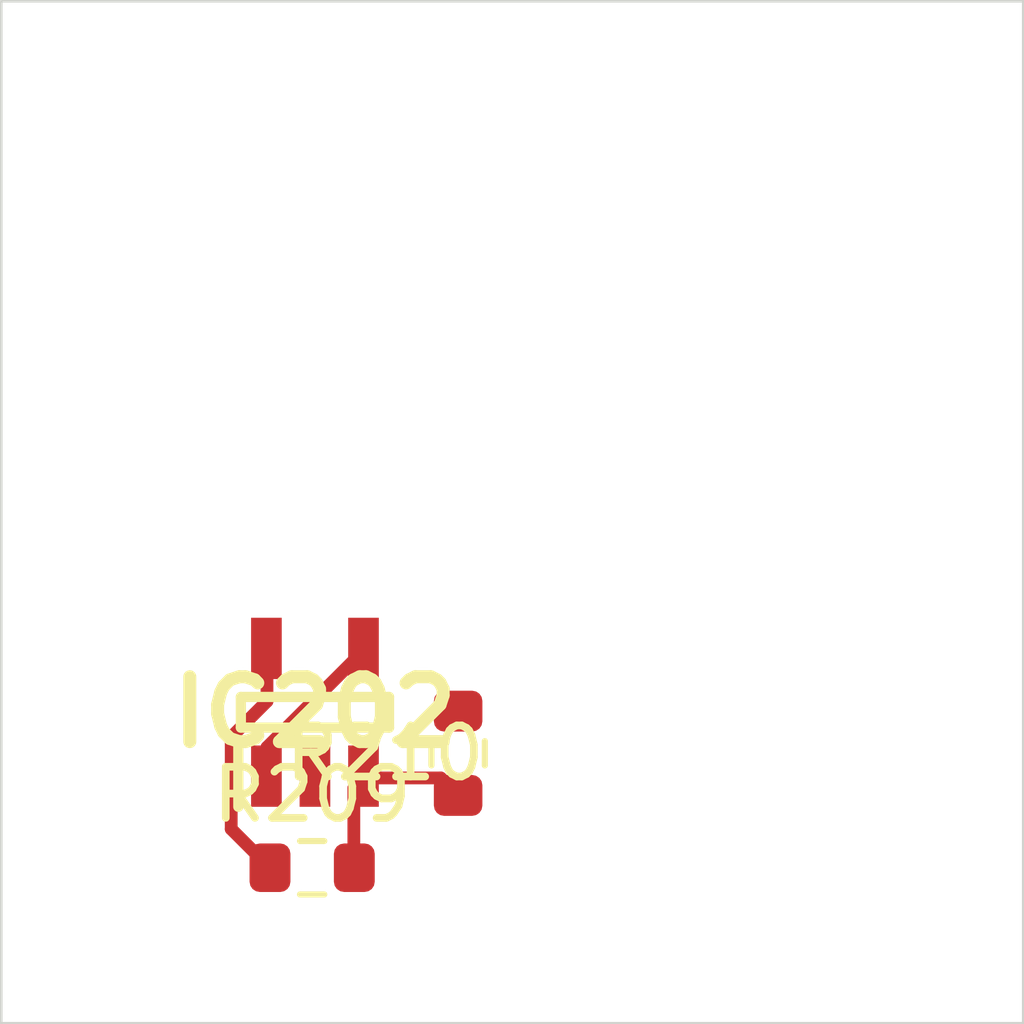
<source format=kicad_pcb>
 ( kicad_pcb  ( version 20171130 )
 ( host pcbnew 5.1.12-84ad8e8a86~92~ubuntu18.04.1 )
 ( general  ( thickness 1.6 )
 ( drawings 4 )
 ( tracks 0 )
 ( zones 0 )
 ( modules 3 )
 ( nets 5 )
)
 ( page A4 )
 ( layers  ( 0 F.Cu signal )
 ( 31 B.Cu signal )
 ( 32 B.Adhes user )
 ( 33 F.Adhes user )
 ( 34 B.Paste user )
 ( 35 F.Paste user )
 ( 36 B.SilkS user )
 ( 37 F.SilkS user )
 ( 38 B.Mask user )
 ( 39 F.Mask user )
 ( 40 Dwgs.User user )
 ( 41 Cmts.User user )
 ( 42 Eco1.User user )
 ( 43 Eco2.User user )
 ( 44 Edge.Cuts user )
 ( 45 Margin user )
 ( 46 B.CrtYd user )
 ( 47 F.CrtYd user )
 ( 48 B.Fab user )
 ( 49 F.Fab user )
)
 ( setup  ( last_trace_width 0.25 )
 ( trace_clearance 0.2 )
 ( zone_clearance 0.508 )
 ( zone_45_only no )
 ( trace_min 0.2 )
 ( via_size 0.8 )
 ( via_drill 0.4 )
 ( via_min_size 0.4 )
 ( via_min_drill 0.3 )
 ( uvia_size 0.3 )
 ( uvia_drill 0.1 )
 ( uvias_allowed no )
 ( uvia_min_size 0.2 )
 ( uvia_min_drill 0.1 )
 ( edge_width 0.05 )
 ( segment_width 0.2 )
 ( pcb_text_width 0.3 )
 ( pcb_text_size 1.5 1.5 )
 ( mod_edge_width 0.12 )
 ( mod_text_size 1 1 )
 ( mod_text_width 0.15 )
 ( pad_size 1.524 1.524 )
 ( pad_drill 0.762 )
 ( pad_to_mask_clearance 0 )
 ( aux_axis_origin 0 0 )
 ( visible_elements FFFFFF7F )
 ( pcbplotparams  ( layerselection 0x010fc_ffffffff )
 ( usegerberextensions false )
 ( usegerberattributes true )
 ( usegerberadvancedattributes true )
 ( creategerberjobfile true )
 ( excludeedgelayer true )
 ( linewidth 0.100000 )
 ( plotframeref false )
 ( viasonmask false )
 ( mode 1 )
 ( useauxorigin false )
 ( hpglpennumber 1 )
 ( hpglpenspeed 20 )
 ( hpglpendiameter 15.000000 )
 ( psnegative false )
 ( psa4output false )
 ( plotreference true )
 ( plotvalue true )
 ( plotinvisibletext false )
 ( padsonsilk false )
 ( subtractmaskfromsilk false )
 ( outputformat 1 )
 ( mirror false )
 ( drillshape 1 )
 ( scaleselection 1 )
 ( outputdirectory "" )
)
)
 ( net 0 "" )
 ( net 1 GND )
 ( net 2 VDDA )
 ( net 3 /Sheet6235D886/vp )
 ( net 4 "Net-(IC202-Pad3)" )
 ( net_class Default "This is the default net class."  ( clearance 0.2 )
 ( trace_width 0.25 )
 ( via_dia 0.8 )
 ( via_drill 0.4 )
 ( uvia_dia 0.3 )
 ( uvia_drill 0.1 )
 ( add_net /Sheet6235D886/vp )
 ( add_net GND )
 ( add_net "Net-(IC202-Pad3)" )
 ( add_net VDDA )
)
 ( module SOT95P280X145-5N locked  ( layer F.Cu )
 ( tedit 62336ED7 )
 ( tstamp 623423ED )
 ( at 86.138900 113.915000 90.000000 )
 ( descr DBV0005A )
 ( tags "Integrated Circuit" )
 ( path /6235D887/6266C08E )
 ( attr smd )
 ( fp_text reference IC202  ( at 0 0 )
 ( layer F.SilkS )
 ( effects  ( font  ( size 1.27 1.27 )
 ( thickness 0.254 )
)
)
)
 ( fp_text value TL071HIDBVR  ( at 0 0 )
 ( layer F.SilkS )
hide  ( effects  ( font  ( size 1.27 1.27 )
 ( thickness 0.254 )
)
)
)
 ( fp_line  ( start -1.85 -1.5 )
 ( end -0.65 -1.5 )
 ( layer F.SilkS )
 ( width 0.2 )
)
 ( fp_line  ( start -0.3 1.45 )
 ( end -0.3 -1.45 )
 ( layer F.SilkS )
 ( width 0.2 )
)
 ( fp_line  ( start 0.3 1.45 )
 ( end -0.3 1.45 )
 ( layer F.SilkS )
 ( width 0.2 )
)
 ( fp_line  ( start 0.3 -1.45 )
 ( end 0.3 1.45 )
 ( layer F.SilkS )
 ( width 0.2 )
)
 ( fp_line  ( start -0.3 -1.45 )
 ( end 0.3 -1.45 )
 ( layer F.SilkS )
 ( width 0.2 )
)
 ( fp_line  ( start -0.8 -0.5 )
 ( end 0.15 -1.45 )
 ( layer Dwgs.User )
 ( width 0.1 )
)
 ( fp_line  ( start -0.8 1.45 )
 ( end -0.8 -1.45 )
 ( layer Dwgs.User )
 ( width 0.1 )
)
 ( fp_line  ( start 0.8 1.45 )
 ( end -0.8 1.45 )
 ( layer Dwgs.User )
 ( width 0.1 )
)
 ( fp_line  ( start 0.8 -1.45 )
 ( end 0.8 1.45 )
 ( layer Dwgs.User )
 ( width 0.1 )
)
 ( fp_line  ( start -0.8 -1.45 )
 ( end 0.8 -1.45 )
 ( layer Dwgs.User )
 ( width 0.1 )
)
 ( fp_line  ( start -2.1 1.775 )
 ( end -2.1 -1.775 )
 ( layer Dwgs.User )
 ( width 0.05 )
)
 ( fp_line  ( start 2.1 1.775 )
 ( end -2.1 1.775 )
 ( layer Dwgs.User )
 ( width 0.05 )
)
 ( fp_line  ( start 2.1 -1.775 )
 ( end 2.1 1.775 )
 ( layer Dwgs.User )
 ( width 0.05 )
)
 ( fp_line  ( start -2.1 -1.775 )
 ( end 2.1 -1.775 )
 ( layer Dwgs.User )
 ( width 0.05 )
)
 ( pad 1 smd rect  ( at -1.25 -0.95 180.000000 )
 ( size 0.6 1.2 )
 ( layers F.Cu F.Mask F.Paste )
 ( net 3 /Sheet6235D886/vp )
)
 ( pad 2 smd rect  ( at -1.25 0 180.000000 )
 ( size 0.6 1.2 )
 ( layers F.Cu F.Mask F.Paste )
 ( net 1 GND )
)
 ( pad 3 smd rect  ( at -1.25 0.95 180.000000 )
 ( size 0.6 1.2 )
 ( layers F.Cu F.Mask F.Paste )
 ( net 4 "Net-(IC202-Pad3)" )
)
 ( pad 4 smd rect  ( at 1.25 0.95 180.000000 )
 ( size 0.6 1.2 )
 ( layers F.Cu F.Mask F.Paste )
 ( net 3 /Sheet6235D886/vp )
)
 ( pad 5 smd rect  ( at 1.25 -0.95 180.000000 )
 ( size 0.6 1.2 )
 ( layers F.Cu F.Mask F.Paste )
 ( net 2 VDDA )
)
)
 ( module Resistor_SMD:R_0603_1608Metric  ( layer F.Cu )
 ( tedit 5F68FEEE )
 ( tstamp 62342595 )
 ( at 86.084222 116.957103 )
 ( descr "Resistor SMD 0603 (1608 Metric), square (rectangular) end terminal, IPC_7351 nominal, (Body size source: IPC-SM-782 page 72, https://www.pcb-3d.com/wordpress/wp-content/uploads/ipc-sm-782a_amendment_1_and_2.pdf), generated with kicad-footprint-generator" )
 ( tags resistor )
 ( path /6235D887/623CDBD9 )
 ( attr smd )
 ( fp_text reference R209  ( at 0 -1.43 )
 ( layer F.SilkS )
 ( effects  ( font  ( size 1 1 )
 ( thickness 0.15 )
)
)
)
 ( fp_text value 100k  ( at 0 1.43 )
 ( layer F.Fab )
 ( effects  ( font  ( size 1 1 )
 ( thickness 0.15 )
)
)
)
 ( fp_line  ( start -0.8 0.4125 )
 ( end -0.8 -0.4125 )
 ( layer F.Fab )
 ( width 0.1 )
)
 ( fp_line  ( start -0.8 -0.4125 )
 ( end 0.8 -0.4125 )
 ( layer F.Fab )
 ( width 0.1 )
)
 ( fp_line  ( start 0.8 -0.4125 )
 ( end 0.8 0.4125 )
 ( layer F.Fab )
 ( width 0.1 )
)
 ( fp_line  ( start 0.8 0.4125 )
 ( end -0.8 0.4125 )
 ( layer F.Fab )
 ( width 0.1 )
)
 ( fp_line  ( start -0.237258 -0.5225 )
 ( end 0.237258 -0.5225 )
 ( layer F.SilkS )
 ( width 0.12 )
)
 ( fp_line  ( start -0.237258 0.5225 )
 ( end 0.237258 0.5225 )
 ( layer F.SilkS )
 ( width 0.12 )
)
 ( fp_line  ( start -1.48 0.73 )
 ( end -1.48 -0.73 )
 ( layer F.CrtYd )
 ( width 0.05 )
)
 ( fp_line  ( start -1.48 -0.73 )
 ( end 1.48 -0.73 )
 ( layer F.CrtYd )
 ( width 0.05 )
)
 ( fp_line  ( start 1.48 -0.73 )
 ( end 1.48 0.73 )
 ( layer F.CrtYd )
 ( width 0.05 )
)
 ( fp_line  ( start 1.48 0.73 )
 ( end -1.48 0.73 )
 ( layer F.CrtYd )
 ( width 0.05 )
)
 ( fp_text user %R  ( at 0 0 )
 ( layer F.Fab )
 ( effects  ( font  ( size 0.4 0.4 )
 ( thickness 0.06 )
)
)
)
 ( pad 1 smd roundrect  ( at -0.825 0 )
 ( size 0.8 0.95 )
 ( layers F.Cu F.Mask F.Paste )
 ( roundrect_rratio 0.25 )
 ( net 2 VDDA )
)
 ( pad 2 smd roundrect  ( at 0.825 0 )
 ( size 0.8 0.95 )
 ( layers F.Cu F.Mask F.Paste )
 ( roundrect_rratio 0.25 )
 ( net 4 "Net-(IC202-Pad3)" )
)
 ( model ${KISYS3DMOD}/Resistor_SMD.3dshapes/R_0603_1608Metric.wrl  ( at  ( xyz 0 0 0 )
)
 ( scale  ( xyz 1 1 1 )
)
 ( rotate  ( xyz 0 0 0 )
)
)
)
 ( module Resistor_SMD:R_0603_1608Metric  ( layer F.Cu )
 ( tedit 5F68FEEE )
 ( tstamp 623425A6 )
 ( at 88.940906 114.717280 90.000000 )
 ( descr "Resistor SMD 0603 (1608 Metric), square (rectangular) end terminal, IPC_7351 nominal, (Body size source: IPC-SM-782 page 72, https://www.pcb-3d.com/wordpress/wp-content/uploads/ipc-sm-782a_amendment_1_and_2.pdf), generated with kicad-footprint-generator" )
 ( tags resistor )
 ( path /6235D887/623CDBDF )
 ( attr smd )
 ( fp_text reference R210  ( at 0 -1.43 )
 ( layer F.SilkS )
 ( effects  ( font  ( size 1 1 )
 ( thickness 0.15 )
)
)
)
 ( fp_text value 100k  ( at 0 1.43 )
 ( layer F.Fab )
 ( effects  ( font  ( size 1 1 )
 ( thickness 0.15 )
)
)
)
 ( fp_line  ( start 1.48 0.73 )
 ( end -1.48 0.73 )
 ( layer F.CrtYd )
 ( width 0.05 )
)
 ( fp_line  ( start 1.48 -0.73 )
 ( end 1.48 0.73 )
 ( layer F.CrtYd )
 ( width 0.05 )
)
 ( fp_line  ( start -1.48 -0.73 )
 ( end 1.48 -0.73 )
 ( layer F.CrtYd )
 ( width 0.05 )
)
 ( fp_line  ( start -1.48 0.73 )
 ( end -1.48 -0.73 )
 ( layer F.CrtYd )
 ( width 0.05 )
)
 ( fp_line  ( start -0.237258 0.5225 )
 ( end 0.237258 0.5225 )
 ( layer F.SilkS )
 ( width 0.12 )
)
 ( fp_line  ( start -0.237258 -0.5225 )
 ( end 0.237258 -0.5225 )
 ( layer F.SilkS )
 ( width 0.12 )
)
 ( fp_line  ( start 0.8 0.4125 )
 ( end -0.8 0.4125 )
 ( layer F.Fab )
 ( width 0.1 )
)
 ( fp_line  ( start 0.8 -0.4125 )
 ( end 0.8 0.4125 )
 ( layer F.Fab )
 ( width 0.1 )
)
 ( fp_line  ( start -0.8 -0.4125 )
 ( end 0.8 -0.4125 )
 ( layer F.Fab )
 ( width 0.1 )
)
 ( fp_line  ( start -0.8 0.4125 )
 ( end -0.8 -0.4125 )
 ( layer F.Fab )
 ( width 0.1 )
)
 ( fp_text user %R  ( at 0 0 )
 ( layer F.Fab )
 ( effects  ( font  ( size 0.4 0.4 )
 ( thickness 0.06 )
)
)
)
 ( pad 2 smd roundrect  ( at 0.825 0 90.000000 )
 ( size 0.8 0.95 )
 ( layers F.Cu F.Mask F.Paste )
 ( roundrect_rratio 0.25 )
 ( net 1 GND )
)
 ( pad 1 smd roundrect  ( at -0.825 0 90.000000 )
 ( size 0.8 0.95 )
 ( layers F.Cu F.Mask F.Paste )
 ( roundrect_rratio 0.25 )
 ( net 4 "Net-(IC202-Pad3)" )
)
 ( model ${KISYS3DMOD}/Resistor_SMD.3dshapes/R_0603_1608Metric.wrl  ( at  ( xyz 0 0 0 )
)
 ( scale  ( xyz 1 1 1 )
)
 ( rotate  ( xyz 0 0 0 )
)
)
)
 ( gr_line  ( start 100 100 )
 ( end 100 120 )
 ( layer Edge.Cuts )
 ( width 0.05 )
 ( tstamp 62E770C4 )
)
 ( gr_line  ( start 80 120 )
 ( end 100 120 )
 ( layer Edge.Cuts )
 ( width 0.05 )
 ( tstamp 62E770C0 )
)
 ( gr_line  ( start 80 100 )
 ( end 100 100 )
 ( layer Edge.Cuts )
 ( width 0.05 )
 ( tstamp 6234110C )
)
 ( gr_line  ( start 80 100 )
 ( end 80 120 )
 ( layer Edge.Cuts )
 ( width 0.05 )
)
 ( segment  ( start 85.300001 117.000002 )
 ( end 84.500001 116.200002 )
 ( width 0.250000 )
 ( layer F.Cu )
 ( net 2 )
)
 ( segment  ( start 84.500001 116.200002 )
 ( end 84.500001 114.400002 )
 ( width 0.250000 )
 ( layer F.Cu )
 ( net 2 )
)
 ( segment  ( start 84.500001 114.400002 )
 ( end 85.200001 113.700002 )
 ( width 0.250000 )
 ( layer F.Cu )
 ( net 2 )
)
 ( segment  ( start 85.200001 113.700002 )
 ( end 85.200001 112.700002 )
 ( width 0.250000 )
 ( layer F.Cu )
 ( net 2 )
)
 ( segment  ( start 87.100001 112.700002 )
 ( end 85.200001 114.600002 )
 ( width 0.250000 )
 ( layer F.Cu )
 ( net 3 )
)
 ( segment  ( start 85.200001 114.600002 )
 ( end 85.200001 115.200002 )
 ( width 0.250000 )
 ( layer F.Cu )
 ( net 3 )
)
 ( segment  ( start 86.900001 117.000002 )
 ( end 86.900001 115.400002 )
 ( width 0.250000 )
 ( layer F.Cu )
 ( net 4 )
)
 ( segment  ( start 86.900001 115.400002 )
 ( end 87.100001 115.200002 )
 ( width 0.250000 )
 ( layer F.Cu )
 ( net 4 )
)
 ( segment  ( start 88.900001 115.500002 )
 ( end 88.600001 115.200002 )
 ( width 0.250000 )
 ( layer F.Cu )
 ( net 4 )
)
 ( segment  ( start 88.600001 115.200002 )
 ( end 87.100001 115.200002 )
 ( width 0.250000 )
 ( layer F.Cu )
 ( net 4 )
)
)

</source>
